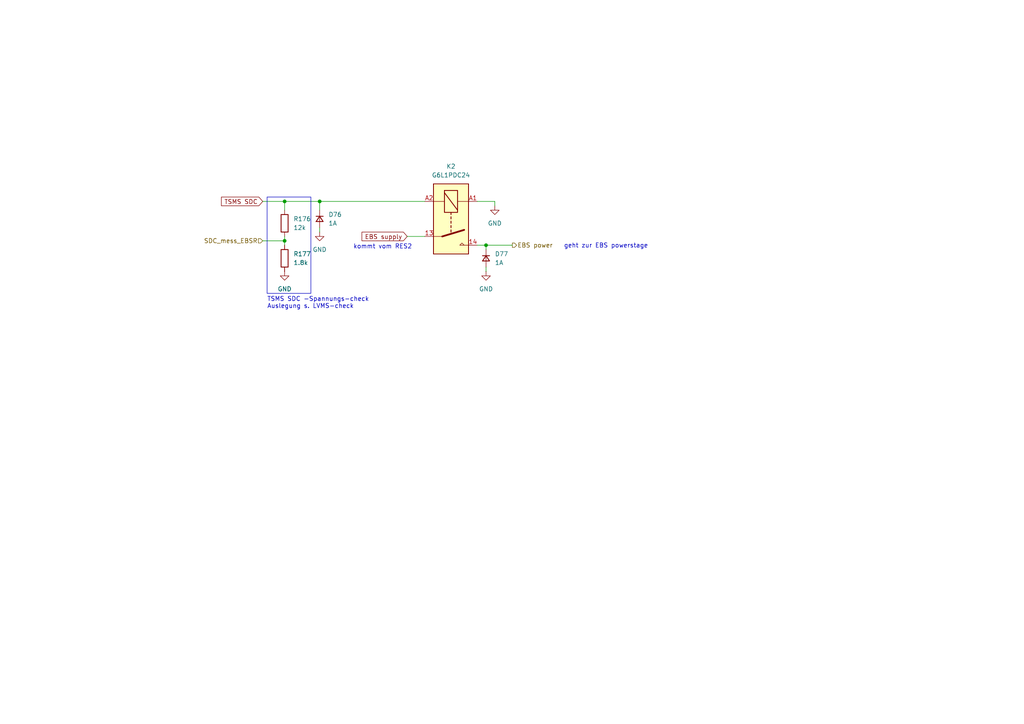
<source format=kicad_sch>
(kicad_sch (version 20250114) (generator "eeschema") (generator_version "9.0")
  (paper "A4")
  (title_block (title "PDU FT25") (date "2025-01-15") (rev "V1.2") (company "Janek Herm") (comment 1 "FaSTTUBe Electronics"))
  (lib_symbols
    (symbol "Device:D_Small" (pin_numbers (hide yes)) (pin_names (offset 0.254) (hide yes))
      (property "Reference" "D" (at -1.27 2.032 0))
      (property "Value" "D_Small" (at -3.81 -2.032 0))
      (symbol "D_Small_0_1"
        (polyline (pts (xy -0.762 0) (xy 0.762 0)))
        (polyline (pts (xy -0.762 -1.016) (xy -0.762 1.016)) (stroke (width 0.254)))
        (polyline (pts (xy 0.762 -1.016) (xy -0.762 0) (xy 0.762 1.016) (xy 0.762 -1.016)) (stroke (width 0.254)))
      )
      (symbol "D_Small_1_1"
        (pin passive line (at -2.54 0 0) (length 1.778) (name "K") (number "1"))
        (pin passive line (at 2.54 0 180) (length 1.778) (name "A") (number "2"))
      )
    )
    (symbol "Device:R" (pin_numbers (hide yes)) (pin_names (offset 0))
      (property "Reference" "R" (at 2.032 0 90))
      (property "Value" "R" (at 0 0 90))
      (symbol "R_0_1"
        (rectangle (start -1.016 -2.54) (end 1.016 2.54) (stroke (width 0.254)))
      )
      (symbol "R_1_1"
        (pin passive line (at 0 3.81 270) (length 1.27) (name "~") (number "1"))
        (pin passive line (at 0 -3.81 90) (length 1.27) (name "~") (number "2"))
      )
    )
    (symbol "GND_5" (power) (pin_numbers (hide yes)) (pin_names (offset 0) (hide yes))
      (property "Value" "GND" (at 0 -3.81 0))
      (symbol "GND_5_0_1"
        (polyline (pts (xy 0 0) (xy 0 -1.27) (xy 1.27 -1.27) (xy 0 -2.54) (xy -1.27 -1.27) (xy 0 -1.27)))
      )
      (symbol "GND_5_1_1"
        (pin power_in line (at 0 0 270) (length 0) (name "~") (number "1"))
      )
    )
    (symbol "Relay:Relay_SPST-NO"
      (property "Reference" "K" (at 11.43 3.81 0))
      (property "Value" "Relay_SPST-NO" (at 11.43 1.27 0))
      (symbol "Relay_SPST-NO_0_0"
        (polyline (pts (xy 7.62 5.08) (xy 7.62 2.54) (xy 6.985 3.175) (xy 7.62 3.81)))
      )
      (symbol "Relay_SPST-NO_0_1"
        (rectangle (start -10.16 5.08) (end 10.16 -5.08) (stroke (width 0.254)) (fill (type background)))
        (rectangle (start -8.255 1.905) (end -1.905 -1.905) (stroke (width 0.254)))
        (polyline (pts (xy -7.62 -1.905) (xy -2.54 1.905)) (stroke (width 0.254)))
        (polyline (pts (xy -5.08 5.08) (xy -5.08 1.905)))
        (polyline (pts (xy -5.08 -5.08) (xy -5.08 -1.905)))
        (polyline (pts (xy -1.905 0) (xy -1.27 0)) (stroke (width 0.254)))
        (polyline (pts (xy -0.635 0) (xy 0 0)) (stroke (width 0.254)))
        (polyline (pts (xy 0.635 0) (xy 1.27 0)) (stroke (width 0.254)))
        (polyline (pts (xy 1.905 0) (xy 2.54 0)) (stroke (width 0.254)))
        (polyline (pts (xy 3.175 0) (xy 3.81 0)) (stroke (width 0.254)))
        (polyline (pts (xy 5.08 -2.54) (xy 3.175 3.81)) (stroke (width 0.508)))
        (polyline (pts (xy 5.08 -2.54) (xy 5.08 -5.08)))
      )
      (symbol "Relay_SPST-NO_1_1"
        (pin passive line (at -5.08 7.62 270) (length 2.54) (name "~") (number "A1"))
        (pin passive line (at -5.08 -7.62 90) (length 2.54) (name "~") (number "A2"))
        (pin passive line (at 5.08 -7.62 90) (length 2.54) (name "~") (number "13"))
        (pin passive line (at 7.62 7.62 270) (length 2.54) (name "~") (number "14"))
      )
    )
    (symbol "power:GND" (power) (pin_numbers (hide yes)) (pin_names (offset 0) (hide yes))
      (property "Value" "GND" (at 0 -3.81 0))
      (symbol "GND_0_1"
        (polyline (pts (xy 0 0) (xy 0 -1.27) (xy 1.27 -1.27) (xy 0 -2.54) (xy -1.27 -1.27) (xy 0 -1.27)))
      )
      (symbol "GND_1_1"
        (pin power_in line (at 0 0 270) (length 0) (name "~") (number "1"))
      )
    )
  )
  (rectangle (start 77.47 57.15) (end 90.17 85.09))
  (text "TSMS SDC -Spannungs-check\nAuslegung s. LVMS-check" (at 77.47 87.884 0) (effects (font (size 1.27 1.27) (thickness 0.1588)) (justify left)))
  (text "geht zur EBS powerstage" (at 175.768 71.374 0) (effects (font (size 1.27 1.27))))
  (text "kommt vom RES2" (at 110.998 71.628 0) (effects (font (size 1.27 1.27))))
  (junction (at 92.71 58.42))
  (junction (at 82.55 69.85))
  (junction (at 82.55 58.42))
  (junction (at 140.97 71.12))
  (wire (pts (xy 76.2 69.85) (xy 82.55 69.85)))
  (wire (pts (xy 82.55 58.42) (xy 92.71 58.42)))
  (wire (pts (xy 92.71 66.04) (xy 92.71 67.31)))
  (wire (pts (xy 140.97 77.47) (xy 140.97 78.74)))
  (wire (pts (xy 140.97 71.12) (xy 138.43 71.12)))
  (wire (pts (xy 143.51 59.69) (xy 143.51 58.42)))
  (wire (pts (xy 92.71 58.42) (xy 92.71 60.96)))
  (wire (pts (xy 92.71 58.42) (xy 123.19 58.42)))
  (wire (pts (xy 76.2 58.42) (xy 82.55 58.42)))
  (wire (pts (xy 82.55 69.85) (xy 82.55 71.12)))
  (wire (pts (xy 148.59 71.12) (xy 140.97 71.12)))
  (wire (pts (xy 140.97 72.39) (xy 140.97 71.12)))
  (wire (pts (xy 118.11 68.58) (xy 123.19 68.58)))
  (wire (pts (xy 82.55 60.96) (xy 82.55 58.42)))
  (wire (pts (xy 138.43 58.42) (xy 143.51 58.42)))
  (wire (pts (xy 82.55 68.58) (xy 82.55 69.85)))
  (global_label "EBS supply" (shape input) (at 118.11 68.58 180) (property "Intersheetrefs" "${INTERSHEET_REFS}" (effects (hide yes))))
  (global_label "TSMS SDC" (shape input) (at 76.2 58.42 180) (property "Intersheetrefs" "${INTERSHEET_REFS}" (effects (hide yes))))
  (hierarchical_label "EBS power" (shape output) (at 148.59 71.12 0) (effects (font (thickness 0.1588))))
  (hierarchical_label "SDC_mess_EBSR" (shape input) (at 76.2 69.85 180))
  (symbol (lib_id "Device:D_Small") (at 140.97 74.93 270) (unit 1)
    (property "Reference" "D77" (at 143.51 73.6599 90) (effects (justify left)))
    (property "Value" "1A" (at 143.51 76.1999 90) (effects (justify left)))
    (property "Footprint" "Diode_SMD:D_SOD-123F" (effects (hide yes)))
    (property "Datasheet" "https://www.mouser.de/datasheet/2/389/stpst1h100-3107187.pdf" (effects (hide yes)))
    (property "Description" "Diode, small symbol" (effects (hide yes)))
    (property "Sim.Device" "D" (effects (hide yes)))
    (property "Sim.Pins" "1=K 2=A" (effects (hide yes)))
  )
  (symbol (lib_id "power:GND") (at 140.97 78.74 0) (unit 1)
    (property "Reference" "#PWR0227" (effects (hide yes)))
    (property "Value" "GND" (at 140.97 83.82 0))
    (property "Description" "Power symbol creates a global label with name \"GND\" , ground" (effects (hide yes)))
  )
  (symbol (lib_id "power:GND") (at 143.51 59.69 0) (unit 1)
    (property "Reference" "#PWR0225" (effects (hide yes)))
    (property "Value" "GND" (at 143.51 64.77 0))
    (property "Description" "Power symbol creates a global label with name \"GND\" , ground" (effects (hide yes)))
  )
  (symbol (lib_name "GND_5") (lib_id "power:GND") (at 82.55 78.74 0) (mirror y) (unit 1)
    (property "Reference" "#PWR0217" (effects (hide yes)))
    (property "Value" "GND" (at 82.55 83.82 0))
    (property "Description" "Power symbol creates a global label with name \"GND\" , ground" (effects (hide yes)))
  )
  (symbol (lib_id "Device:R") (at 82.55 64.77 0) (mirror y) (unit 1)
    (property "Reference" "R176" (at 85.09 63.4999 0) (effects (justify right)))
    (property "Value" "12k" (at 85.09 66.0399 0) (effects (justify right)))
    (property "Footprint" "Resistor_SMD:R_0603_1608Metric" (effects (hide yes)))
  )
  (symbol (lib_id "Device:R") (at 82.55 74.93 0) (mirror y) (unit 1)
    (property "Reference" "R177" (at 85.09 73.6599 0) (effects (justify right)))
    (property "Value" "1.8k" (at 85.09 76.1999 0) (effects (justify right)))
    (property "Footprint" "Resistor_SMD:R_0603_1608Metric" (effects (hide yes)))
  )
  (symbol (lib_id "Relay:Relay_SPST-NO") (at 130.81 63.5 270) (unit 1)
    (property "Reference" "K2" (at 130.81 48.26 90))
    (property "Value" "G6L1PDC24" (at 130.81 50.8 90))
    (property "Footprint" "G6L-1P-DC24:G6L1PDC24" (effects (hide yes)))
    (property "Datasheet" "https://media.digikey.com/pdf/Data%20Sheets/Omron%20PDFs/G6L.pdf" (effects (hide yes)))
    (property "Description" "Relay SPST, normally open, EN50005" (effects (hide yes)))
  )
  (symbol (lib_id "Device:D_Small") (at 92.71 63.5 270) (unit 1)
    (property "Reference" "D76" (at 95.25 62.2299 90) (effects (justify left)))
    (property "Value" "1A" (at 95.25 64.7699 90) (effects (justify left)))
    (property "Footprint" "Diode_SMD:D_SOD-123F" (effects (hide yes)))
    (property "Datasheet" "https://www.mouser.de/datasheet/2/389/stpst1h100-3107187.pdf" (effects (hide yes)))
    (property "Description" "Diode, small symbol" (effects (hide yes)))
    (property "Sim.Device" "D" (effects (hide yes)))
    (property "Sim.Pins" "1=K 2=A" (effects (hide yes)))
  )
  (symbol (lib_id "power:GND") (at 92.71 67.31 0) (unit 1)
    (property "Reference" "#PWR0226" (effects (hide yes)))
    (property "Value" "GND" (at 92.71 72.39 0))
    (property "Description" "Power symbol creates a global label with name \"GND\" , ground" (effects (hide yes)))
  )
)
</source>
